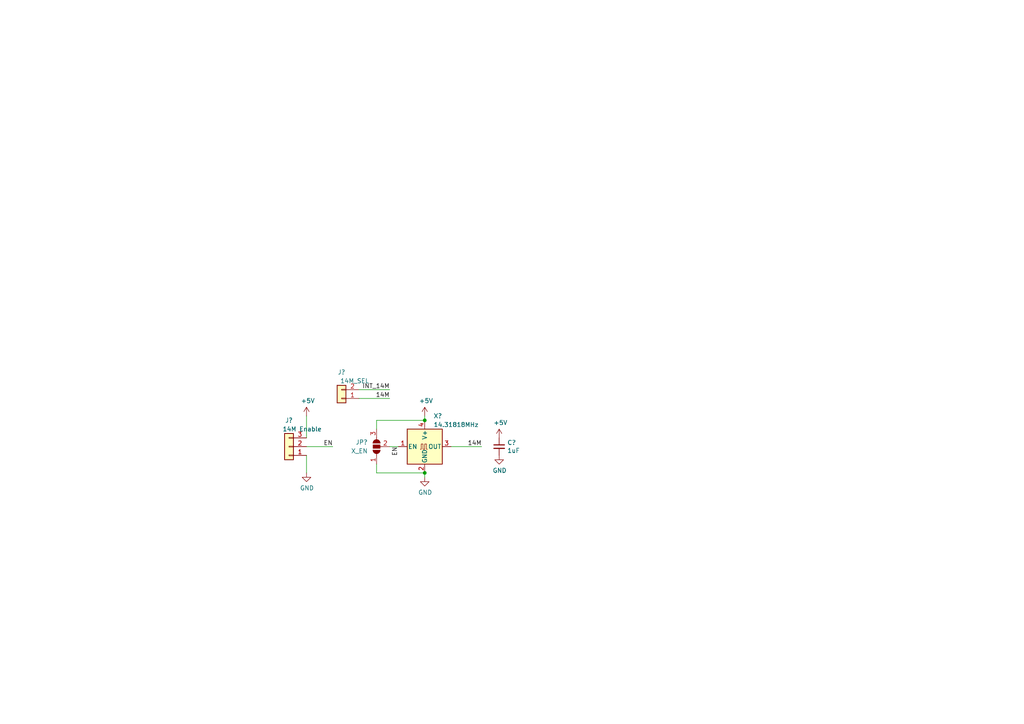
<source format=kicad_sch>
(kicad_sch (version 20211123) (generator eeschema)
  (paper "A4")
  (lib_symbols
    (symbol "Connector_Generic:Conn_01x02" (pin_names (offset 1.016) hide)
      (property "Reference" "J" (at 0 2.54 0))
      (property "Value" "Conn_01x02" (at 0 -5.08 0))
      (symbol "Conn_01x02_1_1"
        (rectangle (start -1.27 -2.413) (end 0 -2.667) (stroke (width 0.1524)))
        (rectangle (start -1.27 0.127) (end 0 -0.127) (stroke (width 0.1524)))
        (rectangle (start -1.27 1.27) (end 1.27 -3.81) (stroke (width 0.254)) (fill (type background)))
        (pin passive line (at -5.08 0 0) (length 3.81) (name "Pin_1") (number "1"))
        (pin passive line (at -5.08 -2.54 0) (length 3.81) (name "Pin_2") (number "2"))
      )
    )
    (symbol "Connector_Generic:Conn_01x03" (pin_names (offset 1.016) hide)
      (property "Reference" "J" (at 0 5.08 0))
      (property "Value" "Conn_01x03" (at 0 -5.08 0))
      (symbol "Conn_01x03_1_1"
        (rectangle (start -1.27 -2.413) (end 0 -2.667) (stroke (width 0.1524)))
        (rectangle (start -1.27 0.127) (end 0 -0.127) (stroke (width 0.1524)))
        (rectangle (start -1.27 2.667) (end 0 2.413) (stroke (width 0.1524)))
        (rectangle (start -1.27 3.81) (end 1.27 -3.81) (stroke (width 0.254)) (fill (type background)))
        (pin passive line (at -5.08 2.54 0) (length 3.81) (name "Pin_1") (number "1"))
        (pin passive line (at -5.08 0 0) (length 3.81) (name "Pin_2") (number "2"))
        (pin passive line (at -5.08 -2.54 0) (length 3.81) (name "Pin_3") (number "3"))
      )
    )
    (symbol "Device:C_Small" (pin_numbers hide) (pin_names (offset 0.254) hide)
      (property "Reference" "C" (at 0.254 1.778 0))
      (property "Value" "C_Small" (at 0.254 -2.032 0))
      (symbol "C_Small_0_1"
        (polyline (pts (xy -1.524 -0.508) (xy 1.524 -0.508)) (stroke (width 0.3302)))
        (polyline (pts (xy -1.524 0.508) (xy 1.524 0.508)) (stroke (width 0.3048)))
      )
      (symbol "C_Small_1_1"
        (pin passive line (at 0 2.54 270) (length 2.032) (name "~") (number "1"))
        (pin passive line (at 0 -2.54 90) (length 2.032) (name "~") (number "2"))
      )
    )
    (symbol "Jumper:SolderJumper_3_Open" (pin_names (offset 0) hide)
      (property "Reference" "JP" (at -2.54 -2.54 0))
      (property "Value" "SolderJumper_3_Open" (at 0 2.794 0))
      (symbol "SolderJumper_3_Open_0_1"
        (arc (start -1.016 1.016) (mid -2.032 0) (end -1.016 -1.016))
        (arc (start -1.016 1.016) (mid -2.032 0) (end -1.016 -1.016) (fill (type outline)))
        (rectangle (start -0.508 1.016) (end 0.508 -1.016) (fill (type outline)))
        (polyline (pts (xy -2.54 0) (xy -2.032 0)))
        (polyline (pts (xy -1.016 1.016) (xy -1.016 -1.016)))
        (polyline (pts (xy 0 -1.27) (xy 0 -1.016)))
        (polyline (pts (xy 1.016 1.016) (xy 1.016 -1.016)))
        (polyline (pts (xy 2.54 0) (xy 2.032 0)))
        (arc (start 1.016 -1.016) (mid 2.032 0) (end 1.016 1.016))
        (arc (start 1.016 -1.016) (mid 2.032 0) (end 1.016 1.016) (fill (type outline)))
      )
      (symbol "SolderJumper_3_Open_1_1"
        (pin passive line (at -5.08 0 0) (length 2.54) (name "A") (number "1"))
        (pin input line (at 0 -3.81 90) (length 2.54) (name "C") (number "2"))
        (pin passive line (at 5.08 0 180) (length 2.54) (name "B") (number "3"))
      )
    )
    (symbol "Oscillator:XO91" (pin_names (offset 0.254))
      (property "Reference" "X" (at -5.08 6.35 0))
      (property "Value" "XO91" (at 1.27 -6.35 0))
      (symbol "XO91_0_1"
        (rectangle (start -5.08 5.08) (end 5.08 -5.08) (stroke (width 0.254)) (fill (type background)))
        (polyline (pts (xy 0.762 -0.762) (xy 0.508 -0.762) (xy 0.508 0.762) (xy 0 0.762) (xy 0 -0.762) (xy -0.508 -0.762) (xy -0.508 0.762) (xy -1.016 0.762) (xy -1.016 -0.762) (xy -1.27 -0.762)))
      )
      (symbol "XO91_1_1"
        (pin input line (at -7.62 0 0) (length 2.54) (name "EN") (number "1"))
        (pin power_in line (at 0 -7.62 90) (length 2.54) (name "GND") (number "2"))
        (pin output line (at 7.62 0 180) (length 2.54) (name "OUT") (number "3"))
        (pin power_in line (at 0 7.62 270) (length 2.54) (name "V+") (number "4"))
      )
    )
    (symbol "power:+5V" (power) (pin_names (offset 0))
      (property "Value" "+5V" (at 0 3.556 0))
      (symbol "+5V_0_1"
        (polyline (pts (xy -0.762 1.27) (xy 0 2.54)))
        (polyline (pts (xy 0 0) (xy 0 2.54)))
        (polyline (pts (xy 0 2.54) (xy 0.762 1.27)))
      )
      (symbol "+5V_1_1"
        (pin power_in line (at 0 0 90) (length 0) hide (name "+5V") (number "1"))
      )
    )
    (symbol "power:GND" (power) (pin_names (offset 0))
      (property "Value" "GND" (at 0 -3.81 0))
      (symbol "GND_0_1"
        (polyline (pts (xy 0 0) (xy 0 -1.27) (xy 1.27 -1.27) (xy 0 -2.54) (xy -1.27 -1.27) (xy 0 -1.27)))
      )
      (symbol "GND_1_1"
        (pin power_in line (at 0 0 270) (length 0) hide (name "GND") (number "1"))
      )
    )
  )
  (junction (at 123.19 137.16))
  (junction (at 123.19 121.92))
  (wire (pts (xy 109.22 121.92) (xy 123.19 121.92)))
  (wire (pts (xy 88.9 127) (xy 88.9 120.65)))
  (wire (pts (xy 88.9 129.54) (xy 96.52 129.54)))
  (wire (pts (xy 109.22 124.46) (xy 109.22 121.92)))
  (wire (pts (xy 130.81 129.54) (xy 139.7 129.54)))
  (wire (pts (xy 88.9 132.08) (xy 88.9 137.16)))
  (wire (pts (xy 123.19 120.65) (xy 123.19 121.92)))
  (wire (pts (xy 109.22 137.16) (xy 123.19 137.16)))
  (wire (pts (xy 104.14 113.03) (xy 113.03 113.03)))
  (wire (pts (xy 109.22 134.62) (xy 109.22 137.16)))
  (wire (pts (xy 113.03 129.54) (xy 115.57 129.54)))
  (wire (pts (xy 123.19 137.16) (xy 123.19 138.43)))
  (wire (pts (xy 104.14 115.57) (xy 113.03 115.57)))
  (label "14M" (at 113.03 115.57 180))
  (label "EN" (at 96.52 129.54 180))
  (label "EN" (at 115.57 129.54 270))
  (label "14M" (at 139.7 129.54 180))
  (label "INT_14M" (at 113.03 113.03 180))
  (symbol (lib_id "power:+5V") (at 123.19 120.65 0) (unit 1)
    (property "Reference" "#PWR?" (effects hide))
    (property "Value" "+5V" (at 123.571 116.2558 0))
  )
  (symbol (lib_id "Oscillator:XO91") (at 123.19 129.54 0) (unit 1)
    (property "Reference" "X?" (at 125.73 120.65 0) (effects (justify left)))
    (property "Value" "14.31818MHz" (at 125.73 123.19 0) (effects (justify left)))
    (property "Footprint" "My Libraries:Oscillator_MCP_SMD_7050" (effects hide))
    (property "Datasheet" "https://www.farnell.com/datasheets/2864173.pdf" (effects hide))
    (property "MPN" "MCSJK-6NC1-14.31818-25-B" (effects hide))
    (property "SPN" "56AC8675" (effects hide))
  )
  (symbol (lib_id "Connector_Generic:Conn_01x02") (at 99.06 115.57 180) (unit 1)
    (property "Reference" "J?" (at 99.06 107.95 0))
    (property "Value" "14M_SEL" (at 102.87 110.49 0))
    (property "Footprint" "Connector_PinHeader_2.54mm:PinHeader_1x02_P2.54mm_Vertical" (effects hide))
  )
  (symbol (lib_id "Device:C_Small") (at 144.78 129.54 0) (unit 1)
    (property "Reference" "C?" (at 147.1168 128.3716 0) (effects (justify left)))
    (property "Value" "1uF" (at 147.1168 130.683 0) (effects (justify left)))
    (property "Footprint" "Capacitor_SMD:C_0805_2012Metric" (effects hide))
  )
  (symbol (lib_id "Jumper:SolderJumper_3_Open") (at 109.22 129.54 90) (unit 1)
    (property "Reference" "JP?" (at 106.68 128.2699 90) (effects (justify left)))
    (property "Value" "X_EN" (at 106.68 130.8099 90) (effects (justify left)))
    (property "Footprint" "Jumper:SolderJumper-3_P1.3mm_Open_RoundedPad1.0x1.5mm" (effects hide))
  )
  (symbol (lib_id "Connector_Generic:Conn_01x03") (at 83.82 129.54 180) (unit 1)
    (property "Reference" "J?" (at 83.82 121.92 0))
    (property "Value" "14M Enable" (at 87.63 124.46 0))
    (property "Footprint" "Connector_PinHeader_2.54mm:PinHeader_1x03_P2.54mm_Vertical" (effects hide))
  )
  (symbol (lib_id "power:+5V") (at 88.9 120.65 0) (unit 1)
    (property "Reference" "#PWR?" (effects hide))
    (property "Value" "+5V" (at 89.281 116.2558 0))
  )
  (symbol (lib_id "power:GND") (at 123.19 138.43 0) (unit 1)
    (property "Reference" "#PWR?" (effects hide))
    (property "Value" "GND" (at 123.317 142.8242 0))
  )
  (symbol (lib_id "power:GND") (at 88.9 137.16 0) (unit 1)
    (property "Reference" "#PWR?" (effects hide))
    (property "Value" "GND" (at 89.027 141.5542 0))
  )
  (symbol (lib_id "power:+5V") (at 144.78 127 0) (unit 1)
    (property "Reference" "#PWR?" (effects hide))
    (property "Value" "+5V" (at 145.161 122.6058 0))
  )
  (symbol (lib_id "power:GND") (at 144.78 132.08 0) (unit 1)
    (property "Reference" "#PWR?" (effects hide))
    (property "Value" "GND" (at 144.907 136.4742 0))
  )
)
</source>
